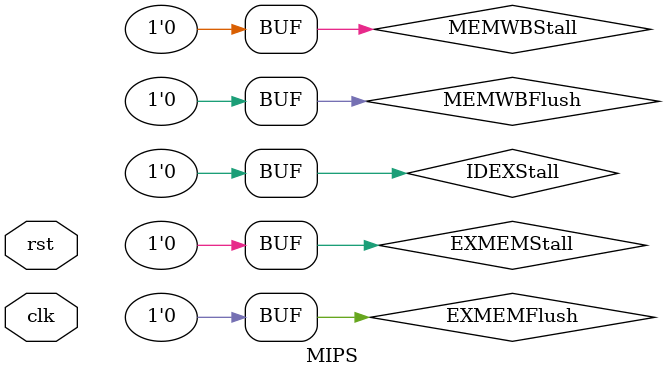
<source format=v>
`include "alu.v"
`include "ctrl_encode_def.v"
`include "EXT.v"
`include "mux.v"
`include "PC.v"
`include "RF.v"
`include "IM.v"
`include "DM.v"
`include "Control.v"
`include "Adder_PCPlus4.v"
`include "Branch_Jump_Detect.v"
`include "BranchAdd.v"
`include "EXMEMReg.v"
`include "ForwardUnit.v"
`include "Hazard_Detect.v"
`include "IDEXReg.v"
`include "IFIDReg.v"
`include "JumpAddress.v"
`include "MEMWBReg.v"

module MIPS(clk,rst);
    input clk;
    input rst;
    
//-------------------------IF Stage-----------------------------
    //MUX_NPC
    wire [31:0] PCPlus4;
    wire [31:0] JumpPC;
    wire [31:0] IDEXPCPlus4; //预测错误，需要branch下一条指令
    wire [1:0] PCSrc1;//通过Hazard Detect判定PC源
    wire [31:0] NPC_First;
    mux4 MUX_NPC1(
        .d0(PCPlus4),
        .d1(JumpPC),
        .d2(IDEXPCPlus4),
        .s(PCSrc1),
        .y(NPC_First)
        );
    
    //MUX_NPC2
    wire [31:0] BranchPC;
    wire [31:0] NPC;
    wire PCSrc2;//通过Control判断源
    mux2 MUX_NPC2(
        .d0(NPC_First),
        .d1(BranchPC),
        .s(PCSrc2),
        .y(NPC)
        );

    //PC module
    wire [31:0] PC_o;
    wire PCWrite;
    PC my_PC(
        .clk(clk),
        .rst(rst),
        .NPC(NPC),
        .PC(PC_o),
        .PC_Write_Final(PCWrite)
        );

    //IM module
    wire [31:0] Instruction;
    IM my_IM(
        .PC(PC_o),
        .Instruction(Instruction)
        );

   //PCAdder4
   Adder_PCPlus4 PCAdder4(.PC_o(PC_o),.PCPlus4(PCPlus4));
    //assign PCPlus4 = PC_o+32'd4;

   //IFIDReg
   wire IFIDStall;
   wire IFIDFlush;
   wire [31:0] IFIDInstruction;
   wire [31:0] IFIDPCPlus4;
   IFIDReg IFIDReg(
       .clk(clk),
       .rst(rst),
       .IFIDStall(IFIDStall),
       .IFIDFlush(IFIDFlush),
       .PCPlus4_i(PCPlus4),
       .Instruction_i(Instruction),
       .PCPlus4_o(IFIDPCPlus4),
       .IFIDInstruction(IFIDInstruction)
       );


//-------------------------ID Stage-----------------------------
    //RF
    wire [4:0] MEMWBRegRd; //从MEM/WB中返回
    wire [31:0]WriteDataFinal; //从MEM/WB中返回，ALUResult或者Load
    wire [31:0] ReadData1;
    wire [31:0] ReadData2;
    wire MEMWBRegWrite;//从MEM/WB中返回
     RF my_RF(
         .clk(clk),
         .rst(rst),
         .RFWr(MEMWBRegWrite),
         .A1(IFIDInstruction[25:21]),
         .A2(IFIDInstruction[20:16]),
         .A3(MEMWBRegRd),
         .WD(WriteDataFinal),
         .RD1(ReadData1),
         .RD2(ReadData2)
         );

    //MUX_RegDst;
    wire [1:0] RegDst;//Control
    wire [4:0] RegDstIn;
    mux4_5 MUX_RegDst(
        .d0(IFIDInstruction[20:16]),
        .d1(IFIDInstruction[15:11]),
        .d2(5'b11111),
        .s(RegDst),
        .y(RegDstIn)
        );

    //SignExt
    wire [31:0] SignEXTOffset;
    EXT16 EXTOffset(
        .Imm16(IFIDInstruction[15:0]),
        .EXTOp(1'b1),
        .Imm32(SignEXTOffset)
        );

    //BranchAdd
    BranchAdd BranchAdd(.PCPlus4(IFIDPCPlus4),.SignEXTOffset(SignEXTOffset),.BranchPC(BranchPC));
    //assign BranchPC = PCPlus4+(SignEXTOffset<<2);

    //Control
    wire MemRead;
    wire [1:0] MemtoReg;
    wire [4:0] ALUOp;
    wire MemWrite;
    wire [1:0] Sig_ALUSrcA;
    wire [1:0] Sig_ALUSrcB;
    wire [1:0] MemWrBits;
    wire [2:0] MemRBits;
    wire [1:0] NPCType;//传给EX中的Branch判断单元来进行判定。
    wire JumpSrc;//用于JumpAddress中选择相应的JumpPC
    wire RegWrite;
    Control Control(
        .clk(clk),.rst(rst),
        .Op(IFIDInstruction[31:26]),
        .Funct(IFIDInstruction[5:0]),
        .Rs(IFIDInstruction[25:21]),
        .Rt(IFIDInstruction[20:16]),
        .PCSrc(PCSrc2),
        .NPCType(NPCType),
        .JumpSrc(JumpSrc),
        .RegDst(RegDst),
        .MemRead(MemRead),
        .MemtoReg(MemtoReg),
        .ALUOp(ALUOp),
        .MemWrite(MemWrite),
        .ALUSrc_A(Sig_ALUSrcA),
        .ALUSrc_B(Sig_ALUSrcB),
        .RegWrite(RegWrite),
        .MemWrBits(MemWrBits),
        .MemRBits(MemRBits)
        );


    //Hazard Detect
    wire [1:0] NextType;//从BranchJump检测unit中检测
    wire [31:0] IDEXInstruction;
    wire IDEXMemRead ;
    Hazard_Detect Hazard_Detect(
        .Nexttype(NextType),
        .IDEXMEMRead(IDEXMemRead),
        .IDEXRt(IDEXInstruction[20:16]),
        .IFIDRs(IFIDInstruction[25:21]),
        .IFIDRt(IFIDInstruction[20:16]),
        .IFIDStall(IFIDStall),
        .IFIDFlush(IFIDFlush),
        .PCSrc(PCSrc1),
        .PCWrite(PCWrite),
        .IDEXFlush(IDEXFlush)
        );

    //IDEXReg
    wire IDEXStall;
    assign IDEXStall = 1'b0;
    wire [31:0] IDEXRD1;
    wire [31:0] IDEXRD2;
    wire [1:0] IDEXALUSrc_A ;
    wire [1:0] IDEXALUSrc_B;
    wire [31:0] IDEXSignEXT;  
    wire [1:0] IDEXNPCType ;
    wire IDEXMemWrite ;
    wire [1:0] IDEXMemWrBits; 
    wire [1:0] IDEXMemtoReg ;
    wire [2:0] IDEXMemRBits; 
    wire IDEXJumpSrc ;
    wire [4:0] IDEXALUOp ;
    wire [4:0] IDEXRegRd ;
    wire IDEXRegWrite; //传到WB后再传回来
    IDEXReg IDEXReg(
        .clk(clk),
        .rst(rst),
        .IDEXStall(IDEXStall),
        .IDEXFlush(IDEXFlush),
        .RD1_i(ReadData1),
        .IDEXRD1(IDEXRD1),
        .RD2_i(ReadData2),
        .IDEXRD2(IDEXRD2),
        .PCPlus4_i(IFIDPCPlus4),
        .IDEXPCPlus4(IDEXPCPlus4),
        .SignEXT_i(SignEXTOffset),
        .IDEXSignEXT(IDEXSignEXT),
        .Instruction(IFIDInstruction),
        .IDEXInstruction(IDEXInstruction),
        .WriteBackDst(RegDstIn),
        .IDEXRegRd(IDEXRegRd),
        .RegWrite(RegWrite),
        .IDEXRegWrite(IDEXRegWrite),
        .ALUOp(ALUOp),
        .IDEXALUOp(IDEXALUOp),
        .MemRead(MemRead),
        .IDEXMemRead(IDEXMemRead),
        .MemWrite(MemWrite),
        .IDEXMemWrite(IDEXMemWrite),
        .NPCType(NPCType),
        .IDEXNPCType(IDEXNPCType),
        .MemRBits(MemRBits),
        .IDEXMemRBits(IDEXMemRBits),
        .MemWrBits(MemWrBits),
        .IDEXMemWrBits(IDEXMemWrBits),
        .MemtoReg(MemtoReg),
        .IDEXMemtoReg(IDEXMemtoReg),
        .ALUSrc_A(Sig_ALUSrcA),
        .IDEXALUSrc_A(IDEXALUSrc_A),
        .ALUSrc_B(Sig_ALUSrcB),
        .IDEXALUSrc_B(IDEXALUSrc_B),
        .JumpSrc(JumpSrc),
        .IDEXJumpSrc(IDEXJumpSrc)
        );


//------------------------EX Stage--------------------------
    //MUX_ForwardA
    wire [1:0] ForwardA;
    wire  [31:0] ALUSrcA_First;
    wire [31:0] EXMEMALUResult;
    mux4 MUX_ForwardA(
        .d0(IDEXRD1),
        .d1(WriteDataFinal),
        .d2(EXMEMALUResult),
        .s(ForwardA),
        .y(ALUSrcA_First)
        );

    //MUX_ALUSrcA
    wire [31:0] ALUSrcAData;
    mux4 MUX_ALUSrcA(
        .d0(ALUSrcA_First),
        .d1({27'b0,IDEXInstruction[10:6]}),
        .s(IDEXALUSrc_A),
        .y(ALUSrcAData)
        );

    //JumpAddress unit
    //ALUSrcA_First为Forward后的结果，可以解决jalr，jr中使用rs的数据冒险问题
   JumpAddress JumpAddress(
       .IDEXPCPlus4(IDEXPCPlus4),
       .IDEXInstruction(IDEXInstruction),
       .GPR_RS(ALUSrcA_First),
       .IDEXJumpSrc(IDEXJumpSrc),
       .JumpPC(JumpPC)
       );

    //MUX_ForwardB
    wire [1:0] ForwardB;
    wire [31:0] ALUSrcB_First;
    mux4 MUX_ForwardB(
        .d0(IDEXRD2),
        .d1(WriteDataFinal),
        .d2(EXMEMALUResult),
        .s(ForwardB),
        .y(ALUSrcB_First)
        );

    //MUX_ALUSrcB
    wire [31:0] ALUSrcBData;
    mux4 MUX_ALUSrcB(
        .d0(ALUSrcB_First),
        .d1(IDEXSignEXT),
        .s(IDEXALUSrc_B),
        .y(ALUSrcBData)
        );

    //ALU
    wire Zero;
    wire [31:0] ALUResult;
    alu ALU(
        .A(ALUSrcAData),
        .B(ALUSrcBData),
        .ALUOp(IDEXALUOp),
        .C(ALUResult),
        .Zero(Zero)
        );

    //Branch_Jump_Detect
    //NextType在HazardDetect中最后生成所需要的PCSrc1信号用作选择
    Branch_Jump_Detect Branch_Jump_Detect(
        .NPCType(IDEXNPCType),
        .Zero(Zero),
        .NextType(NextType)
        );

    //ForwardUnit
    wire EXMEMRegWrite;
    wire [4:0] EXMEMRegRd;
    wire ForwardC;
    wire MEMWBMemRead;
    wire EXMEMMemWrite;
    ForwardUnit ForwardUnit(
        .EXMEMRegWrite(EXMEMRegWrite),
        .EXMEMRegRd(EXMEMRegRd),
        .IDEXRegRs(IDEXInstruction[25:21]),
        .IDEXRegRt(IDEXInstruction[20:16]),
        .MEMWBRegWrite(MEMWBRegWrite),
        .MEMWBRegRd(MEMWBRegRd),
        .ForwardA(ForwardA),
        .ForwardB(ForwardB),
        .ForwardC(ForwardC),
        .MEMWBMemRead(MEMWBMemRead),
        .EXMEMMemWrite(EXMEMMemWrite)
        );

    //EXMEMReg
    wire EXMEMStall;
    assign EXMEMStall = 1'b0;
    wire EXMEMFlush;
    assign EXMEMFlush = 1'b0;
    wire [31:0] EXMEMInstruction;
    wire [31:0] EXMEMPCPlus4;
    wire [31:0] EXMEMMemWriteData;
    wire [1:0] EXMEMMemWrBits;
    wire EXMEMMemRead;
    wire [2:0] EXMEMMemRBits;
    wire [1:0] EXMEMMemtoReg;
    EXMEMReg EXMEMReg(
     .clk(clk),
     .rst(rst),
     .EXMEMStall(EXMEMStall),
     .EXMEMFlush(EXMEMFlush),
     .IDEXInstruction(IDEXInstruction),
     .EXMEMInstruction(EXMEMInstruction),
     .IDEXPCPlus4(IDEXPCPlus4),
     .EXMEMPCPlus4(EXMEMPCPlus4),
     .IDEXMemWriteData(ALUSrcB_First), //store value
     .EXMEMMemWriteData(EXMEMMemWriteData),
     .ALUResult(ALUResult),
     .EXMEMALUResult(EXMEMALUResult),
     .IDEXRegRd(IDEXRegRd),
     .EXMEMRegRd(EXMEMRegRd),
     .IDEXRegWrite(IDEXRegWrite),
     .EXMEMRegWrite(EXMEMRegWrite),
     .IDEXMemWrite(IDEXMemWrite),
     .EXMEMMemWrite(EXMEMMemWrite),
     .IDEXMemWrBits(IDEXMemWrBits),
     .EXMEMMemWrBits(EXMEMMemWrBits),
     .IDEXMemRead(IDEXMemRead),
     .EXMEMMemRead(EXMEMMemRead),
     .IDEXMemRBits(IDEXMemRBits),
     .EXMEMMemRBits(EXMEMMemRBits),
     .IDEXMemtoReg(IDEXMemtoReg),
     .EXMEMMemtoReg(EXMEMMemtoReg)
    );

    //-------------------MEM Stage-------------------------------

    //ForwardC
    wire [31:0] EXMEMMemWriteDataFinal;
    mux2 MUX_ForwardC(
        .d0(EXMEMMemWriteData),
        .d1(WriteDataFinal),
        .s(ForwardC),
        .y(EXMEMMemWriteDataFinal)
        );

    //DataMemory
    wire [31:0] EXMEMMemReadData;
    DM DM(
        .clk(clk),
        .MemR(EXMEMMemRead),
        .MemWr(EXMEMMemWrite),
        .MemWrBits(EXMEMMemWrBits),
        .MemRBits(EXMEMMemRBits),
        .addr(EXMEMALUResult),
        .data(EXMEMMemWriteDataFinal),
        .ReadData(EXMEMMemReadData)
        );

    //MEMWBReg
    wire MEMWBStall;
    assign MEMWBStall = 1'b0;
    wire MEMWBFlush;
    assign MEMWBFlush = 1'b0;
    wire [31:0] MEMWBInstruction;
    wire [31:0] MEMWBPCPlus4;
    wire [31:0] MEMWBALUResult;
    wire [31:0] MEMWBMemoryData;
    wire [1:0] MEMWBMemtoReg;
    MEMWBReg MEMWBReg(
        .clk(clk),
        .rst(rst),
        .MEMWBStall(MEMWBStall),
        .MEMWBFlush(MEMWBFlush),
        .EXMEMInstruction(EXMEMInstruction),
        .MEMWBInstruction(MEMWBInstruction),
        .EXMEMPCPlus4(EXMEMPCPlus4),
        .MEMWBPCPlus4(MEMWBPCPlus4),
        .EXMEMALUResult(EXMEMALUResult),
        .MEMWBALUResult(MEMWBALUResult),
        .MemoryData(EXMEMMemReadData),
        .MEMWBMemoryData(MEMWBMemoryData),
        .EXMEMRegRd(EXMEMRegRd),
        .MEMWBRegRd(MEMWBRegRd),
        .EXMEMRegWrite(EXMEMRegWrite),
        .MEMWBRegWrite(MEMWBRegWrite),
        .EXMEMMemtoReg(EXMEMMemtoReg),
        .MEMWBMemtoReg(MEMWBMemtoReg),
        .EXMEMMemRead(EXMEMMemRead),
        .MEMWBMemRead(MEMWBMemRead)
        );

    //--------------------------WB Stage---------------------------------

    //MemtoReg MUX
    mux4 MUX_MemtoReg(
        .d0(MEMWBALUResult),
        .d1(MEMWBMemoryData),
        .d2(MEMWBPCPlus4),
        .s(MEMWBMemtoReg),
        .y(WriteDataFinal)
        );



endmodule

    
</source>
